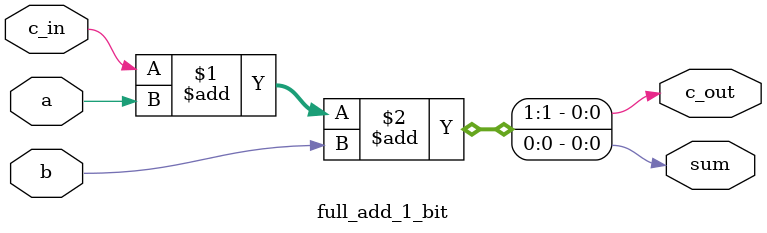
<source format=v>
module full_add_1_bit (a, b, c_in, sum, c_out);

  input a, b, c_in;
  output sum, c_out;

  assign {c_out, sum} = c_in + a + b;

endmodule

</source>
